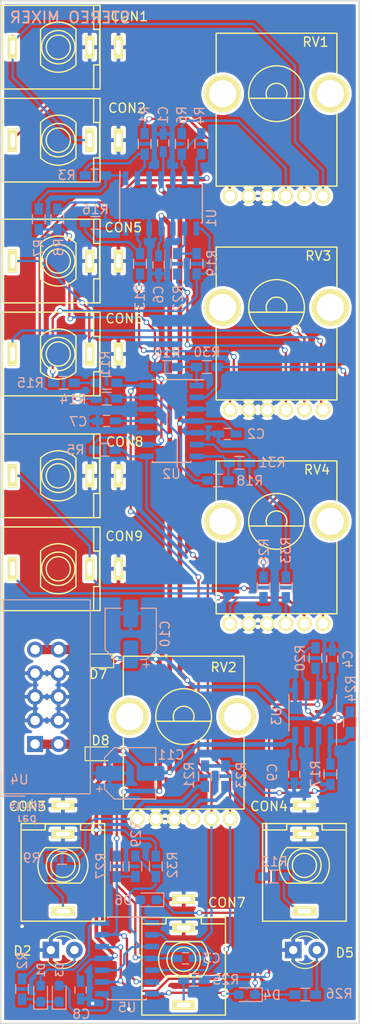
<source format=kicad_pcb>
(kicad_pcb (version 20211014) (generator pcbnew)
  (title_block (title "StereoMixer") (date "2020-04-20") (rev "1") (company "solisynth"))
  (layers (0 "F.Cu" signal) (31 "B.Cu" signal) (34 "B.Paste" user) (35 "F.Paste" user) (36 "B.SilkS" user "B.Silkscreen") (37 "F.SilkS" user "F.Silkscreen") (38 "B.Mask" user) (39 "F.Mask" user) (44 "Edge.Cuts" user))
  (net 0 "")
  (net 1 "Vcc")
  (net 2 "GND")
  (net 3 "Vee")
  (net 4 "Net-(D1-Pad2)")
  (net 5 "Net-(R1-Pad1)")
  (net 6 "Net-(R1-Pad2)")
  (net 7 "Net-(R11-Pad2)")
  (net 8 "Net-(R4-Pad2)")
  (net 9 "Net-(R13-Pad1)")
  (net 10 "Net-(R11-Pad1)")
  (net 11 "Net-(R10-Pad1)")
  (net 12 "Net-(R10-Pad2)")
  (net 13 "Net-(R12-Pad2)")
  (net 14 "Net-(R14-Pad2)")
  (net 15 "Net-(R15-Pad2)")
  (net 16 "Net-(R17-Pad1)")
  (net 17 "Net-(R17-Pad2)")
  (net 18 "Net-(R19-Pad2)")
  (net 19 "Net-(R20-Pad2)")
  (net 20 "Net-(R21-Pad2)")
  (net 21 "Net-(R22-Pad2)")
  (net 22 "Net-(CON1-Pad3)")
  (net 23 "Net-(CON2-Pad3)")
  (net 24 "Net-(CON3-Pad3)")
  (net 25 "Net-(CON4-Pad3)")
  (net 26 "Net-(CON5-Pad3)")
  (net 27 "Net-(CON6-Pad3)")
  (net 28 "Net-(CON7-Pad3)")
  (net 29 "Net-(CON8-Pad3)")
  (net 30 "Net-(D3-Pad2)")
  (net 31 "Net-(D4-Pad2)")
  (net 32 "10V")
  (net 33 "Net-(D4-Pad1)")
  (net 34 "Net-(D7-Pad2)")
  (net 35 "-10V")
  (net 36 "Net-(D5-Pad2)")
  (net 37 "Net-(D6-Pad2)")
  (net 38 "Net-(CON9-Pad3)")
  (net 39 "Net-(D1-Pad1)")
  (net 40 "Net-(D2-Pad2)")
  (net 41 "Net-(D8-Pad1)")
  (net 42 "Net-(R3-Pad1)")
  (net 43 "Net-(R5-Pad1)")
  (net 44 "Net-(R6-Pad2)")
  (net 45 "Net-(R16-Pad1)")
  (net 46 "Net-(R13-Pad2)")
  (net 47 "Net-(R18-Pad2)")
  (net 48 "Net-(R20-Pad1)")
  (net 49 "Net-(R28-Pad1)")
  (net 50 "Net-(R28-Pad2)")
  (net 51 "Net-(R31-Pad2)")
  (net 52 "Net-(R33-Pad2)")
  (footprint "thonkiconn:THONKICONN" (layer "F.Cu") (at 121.2 35.25 90)
    (fp_text reference "CON1")
    (fp_text value "thonkiconn" hide)
  )
  (footprint "thonkiconn:THONKICONN" (layer "F.Cu") (at 121.2 45.25 90)
    (fp_text reference "CON2")
    (fp_text value "thonkiconn" hide)
  )
  (footprint "thonkiconn:THONKICONN" (layer "F.Cu") (at 121.7 123.25 180)
    (fp_text reference "CON3")
    (fp_text value "thonkiconn" hide)
  )
  (footprint "thonkiconn:THONKICONN" (layer "F.Cu") (at 147.7 123.25 180)
    (fp_text reference "CON4")
    (fp_text value "thonkiconn" hide)
  )
  (footprint "thonkiconn:THONKICONN" (layer "F.Cu") (at 121.2 58.25 90)
    (fp_text reference "CON5")
    (fp_text value "thonkiconn" hide)
  )
  (footprint "thonkiconn:THONKICONN" (layer "F.Cu") (at 121.2 68.25 90)
    (fp_text reference "CON6")
    (fp_text value "thonkiconn" hide)
  )
  (footprint "thonkiconn:THONKICONN" (layer "F.Cu") (at 134.7 133.35 180)
    (fp_text reference "CON7")
    (fp_text value "thonkiconn" hide)
  )
  (footprint "thonkiconn:THONKICONN" (layer "F.Cu") (at 121.2 81.35 90)
    (fp_text reference "CON8")
    (fp_text value "thonkiconn" hide)
  )
  (footprint "PTV112:PTV112" (layer "F.Cu") (at 144.7 40.25)
    (fp_text reference "RV1")
    (fp_text value "PTV112-4_Dual_Gang")
  )
  (footprint "PTV112:PTV112" (layer "F.Cu") (at 134.7 107.25)
    (fp_text reference "RV2")
    (fp_text value "PTV112-4_Dual_Gang")
  )
  (footprint "PTV112:PTV112" (layer "F.Cu") (at 144.7 63.25)
    (fp_text reference "RV3")
    (fp_text value "PTV112-4_Dual_Gang")
  )
  (footprint "PTV112:PTV112" (layer "F.Cu") (at 144.7 86.25)
    (fp_text reference "RV4")
    (fp_text value "PTV112-4_Dual_Gang")
  )
  (footprint "thonkiconn:THONKICONN" (layer "F.Cu") (at 121.2 91.35 90)
    (fp_text reference "CON9")
    (fp_text value "thonkiconn" hide)
  )
  (footprint "LEDs:LED_D3.0mm" (layer "F.Cu") (at 120.4 132.35)
    (fp_text reference "D2")
    (fp_text value "LED_L")
  )
  (footprint "LEDs:LED_D3.0mm" (layer "F.Cu") (at 146.5 132.35)
    (fp_text reference "D5")
    (fp_text value "LED_R")
  )
  (footprint "Diode_SMD:D_0603_1608Metric_Pad1.05x0.95mm_HandSolder" (layer "F.Cu") (at 125.5 101.25 180)
    (fp_text reference "D7")
    (fp_text value "D")
  )
  (footprint "Diode_SMD:D_0603_1608Metric_Pad1.05x0.95mm_HandSolder" (layer "F.Cu") (at 125.75 111.25)
    (fp_text reference "D8")
    (fp_text value "D")
  )
  (footprint "Resistors_SMD:R_0603_HandSoldering" (layer "B.Cu") (at 130.5 45.65 90)
    (fp_text reference "R1")
    (fp_text value "100k")
  )
  (footprint "Resistors_SMD:R_0603_HandSoldering" (layer "B.Cu") (at 117.3 136.55 -90)
    (fp_text reference "R2")
    (fp_text value "560")
  )
  (footprint "Resistors_SMD:R_0603_HandSoldering" (layer "B.Cu") (at 125.2 49.05 180)
    (fp_text reference "R3")
    (fp_text value "100k")
  )
  (footprint "Resistors_SMD:R_0603_HandSoldering" (layer "B.Cu") (at 136.6 45.65 90)
    (fp_text reference "R4")
    (fp_text value "100k")
  )
  (footprint "Resistors_SMD:R_0603_HandSoldering" (layer "B.Cu") (at 126.2 78.55 180)
    (fp_text reference "R5")
    (fp_text value "100k")
  )
  (footprint "Resistors_SMD:R_0603_HandSoldering" (layer "B.Cu") (at 134.5 45.65 90)
    (fp_text reference "R6")
    (fp_text value "100k")
  )
  (footprint "Resistors_SMD:R_0603_HandSoldering" (layer "B.Cu") (at 119.1 53.75 90)
    (fp_text reference "R7")
    (fp_text value "100k")
  )
  (footprint "Resistors_SMD:R_0603_HandSoldering" (layer "B.Cu") (at 121.1 53.75 90)
    (fp_text reference "R8")
    (fp_text value "100k")
  )
  (footprint "Resistors_SMD:R_0603_HandSoldering" (layer "B.Cu") (at 121.6 122.45)
    (fp_text reference "R9")
    (fp_text value "1k")
  )
  (footprint "Resistors_SMD:R_0603_HandSoldering" (layer "B.Cu") (at 132.9 69.65)
    (fp_text reference "R10")
    (fp_text value "100k")
  )
  (footprint "Resistors_SMD:R_0603_HandSoldering" (layer "B.Cu") (at 126.4 71.35 180)
    (fp_text reference "R11")
    (fp_text value "100k")
  )
  (footprint "Resistors_SMD:R_0603_HandSoldering" (layer "B.Cu") (at 144.4 124.45 180)
    (fp_text reference "R12")
    (fp_text value "1k")
  )
  (footprint "Resistors_SMD:R_0603_HandSoldering" (layer "B.Cu") (at 130 58.55 -90)
    (fp_text reference "R13")
    (fp_text value "100k")
  )
  (footprint "Resistors_SMD:R_0603_HandSoldering" (layer "B.Cu") (at 126.4 73.05 180)
    (fp_text reference "R14")
    (fp_text value "100k")
  )
  (footprint "Resistors_SMD:R_0603_HandSoldering" (layer "B.Cu") (at 121.8 71.35 180)
    (fp_text reference "R15")
    (fp_text value "100k")
  )
  (footprint "Resistors_SMD:R_0603_HandSoldering" (layer "B.Cu") (at 125.2 54.15 180)
    (fp_text reference "R16")
    (fp_text value "100k")
  )
  (footprint "Resistors_SMD:R_0603_HandSoldering" (layer "B.Cu") (at 150.5 113.45 -90)
    (fp_text reference "R17")
    (fp_text value "100k")
  )
  (footprint "Resistors_SMD:R_0603_HandSoldering" (layer "B.Cu") (at 138.4 81.85)
    (fp_text reference "R18")
    (fp_text value "100k")
  )
  (footprint "Resistors_SMD:R_0603_HandSoldering" (layer "B.Cu") (at 136.1 58.55 90)
    (fp_text reference "R19")
    (fp_text value "100k")
  )
  (footprint "Resistors_SMD:R_0603_HandSoldering" (layer "B.Cu") (at 148.9 100.95 90)
    (fp_text reference "R20")
    (fp_text value "49.9k")
  )
  (footprint "Resistors_SMD:R_0603_HandSoldering" (layer "B.Cu") (at 134 58.55 -90)
    (fp_text reference "R22")
    (fp_text value "100k")
  )
  (footprint "Resistors_SMD:R_0603_HandSoldering" (layer "B.Cu") (at 135.8 135.55)
    (fp_text reference "R25")
    (fp_text value "1k")
  )
  (footprint "Resistors_SMD:R_0603_HandSoldering" (layer "B.Cu") (at 147.8 137.15 180)
    (fp_text reference "R26")
    (fp_text value "560")
  )
  (footprint "Resistors_SMD:R_0603_HandSoldering" (layer "B.Cu") (at 143.3 93.35 -90)
    (fp_text reference "R28")
    (fp_text value "100k")
  )
  (footprint "Housings_SOIC:SOIC-14_3.9x8.7mm_Pitch1.27mm" (layer "B.Cu") (at 132.26 52.06 -90)
    (fp_text reference "U1")
    (fp_text value "TL074")
  )
  (footprint "Housings_SOIC:SOIC-14_3.9x8.7mm_Pitch1.27mm" (layer "B.Cu") (at 133.4 75.45 180)
    (fp_text reference "U2")
    (fp_text value "TL074")
  )
  (footprint "Resistors_SMD:R_0603_HandSoldering" (layer "B.Cu") (at 137 113.65 -90)
    (fp_text reference "R21")
    (fp_text value "100k")
  )
  (footprint "Resistors_SMD:R_0603_HandSoldering" (layer "B.Cu") (at 139.2 113.65 -90)
    (fp_text reference "R23")
    (fp_text value "100k")
  )
  (footprint "Capacitors_SMD:C_0603_HandSoldering" (layer "B.Cu") (at 134.9 133.25)
    (fp_text reference "C3")
    (fp_text value "100n")
  )
  (footprint "Capacitors_SMD:C_0603_HandSoldering" (layer "B.Cu") (at 150.7 101.05 90)
    (fp_text reference "C4")
    (fp_text value "100n")
  )
  (footprint "Capacitors_SMD:C_0603_HandSoldering" (layer "B.Cu") (at 132 58.65 90)
    (fp_text reference "C6")
    (fp_text value "100n")
  )
  (footprint "Capacitors_SMD:C_0603_HandSoldering" (layer "B.Cu") (at 126.4 75.45)
    (fp_text reference "C7")
    (fp_text value "100n")
  )
  (footprint "Capacitors_SMD:C_0603_HandSoldering" (layer "B.Cu") (at 123.6 136.65 90)
    (fp_text reference "C8")
    (fp_text value "100n")
  )
  (footprint "Resistors_SMD:R_0603_HandSoldering" (layer "B.Cu") (at 152.6 107.85 -90)
    (fp_text reference "R24")
    (fp_text value "100k")
  )
  (footprint "Resistors_SMD:R_0603_HandSoldering" (layer "B.Cu") (at 137.2 69.65)
    (fp_text reference "R30")
    (fp_text value "100k")
  )
  (footprint "Resistors_SMD:R_0603_HandSoldering" (layer "B.Cu") (at 140.7 79.95)
    (fp_text reference "R31")
    (fp_text value "100k")
  )
  (footprint "Capacitors_SMD:C_0603_HandSoldering" (layer "B.Cu") (at 146.6 113.45 90)
    (fp_text reference "C9")
    (fp_text value "100n")
  )
  (footprint "Resistors_SMD:R_0603_HandSoldering" (layer "B.Cu") (at 145.7 93.35 -90)
    (fp_text reference "R33")
    (fp_text value "100k")
  )
  (footprint "Capacitors_SMD:C_0603_HandSoldering" (layer "B.Cu") (at 132.5 45.55 90)
    (fp_text reference "C1")
    (fp_text value "100n")
  )
  (footprint "Capacitors_SMD:C_0603_HandSoldering" (layer "B.Cu") (at 139.4 76.85 180)
    (fp_text reference "C2")
    (fp_text value "100n")
  )
  (footprint "Housings_SOIC:SOIC-14_3.9x8.7mm_Pitch1.27mm" (layer "B.Cu") (at 128.6 133.25 180)
    (fp_text reference "U5")
    (fp_text value "TL074")
  )
  (footprint "Resistors_SMD:R_0603_HandSoldering" (layer "B.Cu") (at 131.7 123.35 -90)
    (fp_text reference "R32")
    (fp_text value "100k")
  )
  (footprint "Resistors_SMD:R_0603_HandSoldering" (layer "B.Cu") (at 127.5 123.35 90)
    (fp_text reference "R27")
    (fp_text value "18k")
  )
  (footprint "Resistors_SMD:R_0603_HandSoldering" (layer "B.Cu") (at 129.5 123.35 -90)
    (fp_text reference "R29")
    (fp_text value "100k")
  )
  (footprint "Package_SO:SOIC-8_3.9x4.9mm_P1.27mm" (layer "B.Cu") (at 148.6 106.85 90)
    (fp_text reference "U3")
    (fp_text value "TL072")
  )
  (footprint "Capacitor_SMD:CP_Elec_5x3.9" (layer "B.Cu") (at 129 98.35 90)
    (fp_text reference "C10")
    (fp_text value "47u")
  )
  (footprint "Capacitor_SMD:CP_Elec_5x3.9" (layer "B.Cu") (at 128.94 113.35)
    (fp_text reference "C11")
    (fp_text value "47u")
  )
  (footprint "Diode_SMD:D_0603_1608Metric_Pad1.05x0.95mm_HandSolder" (layer "B.Cu") (at 119.3 137.05 90)
    (fp_text reference "D1")
    (fp_text value "D")
  )
  (footprint "Diode_SMD:D_0603_1608Metric_Pad1.05x0.95mm_HandSolder" (layer "B.Cu") (at 121.3 137.05 90)
    (fp_text reference "D3")
    (fp_text value "D")
  )
  (footprint "Diode_SMD:D_0603_1608Metric_Pad1.05x0.95mm_HandSolder" (layer "B.Cu") (at 141.5 137.15 180)
    (fp_text reference "D4")
    (fp_text value "D")
  )
  (footprint "Diode_SMD:D_0603_1608Metric_Pad1.05x0.95mm_HandSolder" (layer "B.Cu") (at 130.9 126.95 180)
    (fp_text reference "D6")
    (fp_text value "D")
  )
  (footprint "connectors:Modular_Power_Header_2x05_P2.54mm_Vertical" (layer "B.Cu") (at 118.7 110.2)
    (fp_text reference "U4")
    (fp_text value "CON_2x05")
  )
  (gr_line (start 115 30.25) (end 115 140.25) (layer "Edge.Cuts") (width 0.15))
  (gr_line (start 115 30.25) (end 153.6 30.25) (layer "Edge.Cuts") (width 0.15))
  (gr_line (start 153.6 30.25) (end 153.6 140.25) (layer "Edge.Cuts") (width 0.15))
  (gr_line (start 115 140.25) (end 153.6 140.25) (layer "Edge.Cuts") (width 0.15))
  (gr_text "red\nstripe" (at 117.83 117.6 180) (layer "B.SilkS") (effects (font (size 0.9 0.9)) (justify mirror)))
  (gr_text "STEREO MIXER\n" (at 122.48 32.06) (layer "B.SilkS") (effects (font (size 1.2 1.2) (thickness 0.2)) (justify mirror)))
  (segment (start 127.5 125.35) (end 129.5 127.35) (width 0.25) (layer "F.Cu") (net 1))
  (segment (start 134.3 99.45) (end 134.3 75.75) (width 0.5) (layer "F.Cu") (net 1))
  (segment (start 127.5 116.574264) (end 127.5 120.35) (width 0.25) (layer "F.Cu") (net 1))
  (segment (start 127.5 120.35) (end 127.5 125.35) (width 0.25) (layer "F.Cu") (net 1))
  (segment (start 134.3 102.55) (end 135.1 103.35) (width 0.5) (layer "F.Cu") (net 1))
  (segment (start 129.5 127.35) (end 129.5 133.15) (width 0.25) (layer "F.Cu") (net 1))
  (segment (start 128.3 115.774264) (end 127.5 116.574264) (width 0.25) (layer "F.Cu") (net 1))
  (segment (start 128.3 115.35) (end 128.3 115.774264) (width 0.25) (layer "F.Cu") (net 1))
  (segment (start 134.3 52.6) (end 132.599999 50.899999) (width 0.5) (layer "F.Cu") (net 1))
  (segment (start 126.35 101.25) (end 127.25 101.25) (width 0.5) (layer "F.Cu") (net 1))
  (segment (start 134.3 99.45) (end 134.3 102.55) (width 0.5) (layer "F.Cu") (net 1))
  (segment (start 127.25 101.25) (end 127.5 101) (width 0.5) (layer "F.Cu") (net 1))
  (segment (start 132.599999 50.899999) (end 132.3 50.6) (width 0.5) (layer "F.Cu") (net 1))
  (segment (start 131.7 101.05) (end 132.1 101.45) (width 0.5) (layer "F.Cu") (net 1))
  (segment (start 132.1 101.45) (end 132.1 115.25) (width 0.5) (layer "F.Cu") (net 1))
  (segment (start 134.3 75.75) (end 134.3 52.6) (width 0.5) (layer "F.Cu") (net 1))
  (via (at 134.3 75.75) (size 0.6) (drill 0.4) (layers "F.Cu" "B.Cu") (net 1))
  (via (at 135.1 103.35) (size 0.6) (drill 0.4) (layers "F.Cu" "B.Cu") (net 1))
  (via (at 132.1 115.25) (size 0.6) (drill 0.4) (layers "F.Cu" "B.Cu") (net 1))
  (via (at 131.7 101.05) (size 0.6) (drill 0.4) (layers "F.Cu" "B.Cu") (net 1))
  (via (at 128.3 115.35) (size 0.6) (drill 0.4) (layers "F.Cu" "B.Cu") (net 1))
  (via (at 132.3 50.6) (size 0.6) (drill 0.4) (layers "F.Cu" "B.Cu") (net 1))
  (via (at 129.5 133.15) (size 0.6) (drill 0.4) (layers "F.Cu" "B.Cu") (net 1))
  (via (at 127.5 120.35) (size 0.6) (drill 0.4) (layers "F.Cu" "B.Cu") (net 1))
  (via (at 127.5 101) (size 0.6) (drill 0.4) (layers "F.Cu" "B.Cu") (net 1))
  (segment (start 127.5 120.35) (end 127.5 122.25) (width 0.25) (layer "B.Cu") (net 1))
  (segment (start 130.8 133.15) (end 130.9 133.25) (width 0.25) (layer "B.Cu") (net 1))
  (segment (start 131.25 101) (end 131.65 101) (width 0.5) (layer "B.Cu") (net 1))
  (segment (start 139 75.5) (end 140.35 76.85) (width 0.25) (layer "B.Cu") (net 1))
  (segment (start 132.3 49.4) (end 132.3 50.6) (width 0.5) (layer "B.Cu") (net 1))
  (segment (start 132.1 115.25) (end 128.5 115.25) (width 0.5) (layer "B.Cu") (net 1))
  (segment (start 142.6 104.05) (end 135.8 104.05) (width 0.4) (layer "B.Cu") (net 1))
  (segment (start 128.5 115.25) (end 128.3 115.45) (width 0.25) (layer "B.Cu") (net 1))
  (segment (start 132.8 101.05) (end 135.1 103.35) (width 0.4) (layer "B.Cu") (net 1))
  (segment (start 136 75.5) (end 139 75.5) (width 0.25) (layer "B.Cu") (net 1))
  (segment (start 150.7 104.155) (end 150.405 104.45) (width 0.4) (layer "B.Cu") (net 1))
  (segment (start 150.405 105.845) (end 148.8 107.45) (width 0.4) (layer "B.Cu") (net 1))
  (segment (start 150.405 104.45) (end 150.405 105.845) (width 0.4) (layer "B.Cu") (net 1))
  (segment (start 129 100.15) (end 129.85 101) (width 0.4) (layer "B.Cu") (net 1))
  (segment (start 131.65 101) (end 131.7 101.05) (width 0.5) (layer "B.Cu") (net 1))
  (segment (start 132.3 49.4) (end 132.26 49.36) (width 0.25) (layer "B.Cu") (net 1))
  (segment (start 127.5 101) (end 128.55 101) (width 0.5) (layer "B.Cu") (net 1))
  (segment (start 146 107.45) (end 142.6 104.05) (width 0.4) (layer "B.Cu") (net 1))
  (segment (start 131.3 133.25) (end 133.95 133.25) (width 0.25) (layer "B.Cu") (net 1))
  (segment (start 131.2 133.15) (end 131.3 133.25) (width 0.25) (layer "B.Cu") (net 1))
  (segment (start 134.6 75.45) (end 136.1 75.45) (width 0.5) (layer "B.Cu") (net 1))
  (segment (start 129.5 133.15) (end 131.2 133.15) (width 0.25) (layer "B.Cu") (net 1))
  (segment (start 148.8 107.45) (end 146 107.45) (width 0.4) (layer "B.Cu") (net 1))
  (segment (start 128.55 101) (end 129 100.55) (width 0.25) (layer "B.Cu") (net 1))
  (segment (start 150.7 102) (end 150.7 104.155) (width 0.4) (layer "B.Cu") (net 1))
  (segment (start 134.3 75.75) (end 134.6 75.45) (width 0.5) (layer "B.Cu") (net 1))
  (segment (start 129.85 101) (end 131.25 101) (width 0.4) (layer "B.Cu") (net 1))
  (segment (start 132.5 46.5) (end 132.5 49.12) (width 0.25) (layer "B.Cu") (net 1))
  (segment (start 131.7 101.05) (end 132.8 101.05) (width 0.4) (layer "B.Cu") (net 1))
  (segment (start 135.8 104.05) (end 135.1 103.35) (width 0.4) (layer "B.Cu") (net 1))
  (segment (start 132.5 49.12) (end 132.26 49.36) (width 0.25) (layer "B.Cu") (net 1))
  (segment (start 127.68 91.35) (end 127.68 92.1) (width 0.25) (layer "F.Cu") (net 2))
  (segment (start 135.45 129.97) (end 134.7 129.97) (width 0.25) (layer "F.Cu") (net 2))
  (via (at 128.8 138.7) (size 0.6) (drill 0.4) (layers "F.Cu" "B.Cu") (net 2))
  (via (at 117.3 129.8) (size 0.6) (drill 0.4) (layers "F.Cu" "B.Cu") (net 2))
  (via (at 124.9 138.1) (size 0.6) (drill 0.4) (layers "F.Cu" "B.Cu") (net 2))
  (via (at 137.3 133.3) (size 0.6) (drill 0.4) (layers "F.Cu" "B.Cu") (net 2))
  (segment (start 123.6 137.6) (end 123.85 137.6) (width 0.25) (layer "B.Cu") (net 2))
  (segment (start 131.7 118.25) (end 133.7 118.25) (width 0.25) (layer "B.Cu") (net 2))
  (segment (start 146.4 132.25) (end 146.5 132.35) (width 0.25) (layer "B.Cu") (net 2))
  (segment (start 141.7 51.25) (end 143.7 51.25) (width 0.25) (layer "B.Cu") (net 2))
  (segment (start 138.32 76.72) (end 138.45 76.85) (width 0.25) (layer "B.Cu") (net 2))
  (segment (start 129.55 96) (end 129 96.55) (width 0.25) (layer "B.Cu") (net 2))
  (segment (start 141.7 97.25) (end 143.7 97.25) (width 0.25) (layer "B.Cu") (net 2))
  (segment (start 127.68 68.25) (end 128.2 68.25) (width 0.25) (layer "B.Cu") (net 2))
  (segment (start 136.1 76.72) (end 138.32 76.72) (width 0.25) (layer "B.Cu") (net 2))
  (segment (start 127.68 45.25) (end 127.68 44.5) (width 0.25) (layer "B.Cu") (net 2))
  (segment (start 133.53 50.02) (end 133.53 49.36) (width 0.25) (layer "B.Cu") (net 2))
  (segment (start 131.2 54.97) (end 130.99 54.76) (width 0.25) (layer "B.Cu") (net 2))
  (segment (start 133.2 54.299994) (end 132.600002 53.699996) (width 0.5) (layer "F.Cu") (net 3))
  (segment (start 125.3 119.45) (end 125.3 115.75) (width 0.4) (layer "F.Cu") (net 3))
  (segment (start 133.2 94.35) (end 133.2 54.299994) (width 0.5) (layer "F.Cu") (net 3))
  (segment (start 132.600002 53.699996) (end 132.300003 53.399997) (width 0.5) (layer "F.Cu") (net 3))
  (segment (start 133.2 94.25) (end 133.2 98.65) (width 0.5) (layer "F.Cu") (net 3))
  (segment (start 126.55 113.3) (end 126.55 112.05) (width 0.4) (layer "F.Cu") (net 3))
  (segment (start 128.2 110.95) (end 126.85 110.95) (width 0.4) (layer "F.Cu") (net 3))
  (segment (start 127.3 132.95) (end 125.3 130.95) (width 0.4) (layer "F.Cu") (net 3))
  (segment (start 125.3 130.95) (end 125.3 119.45) (width 0.4) (layer "F.Cu") (net 3))
  (segment (start 133.2 98.75) (end 133.2 113.25) (width 0.5) (layer "F.Cu") (net 3))
  (segment (start 125.3 114.55) (end 126.55 113.3) (width 0.4) (layer "F.Cu") (net 3))
  (segment (start 125.3 115.75) (end 125.3 114.55) (width 0.4) (layer "F.Cu") (net 3))
  (segment (start 133.2 113.25) (end 133.2 113.250012) (width 0.4) (layer "F.Cu") (net 3))
  (segment (start 126.55 111.25) (end 126.55 112.05) (width 0.4) (layer "F.Cu") (net 3))
  (segment (start 126.85 110.95) (end 126.55 111.25) (width 0.4) (layer "F.Cu") (net 3))
  (via (at 133.2 113.250012) (size 0.6) (drill 0.4) (layers "F.Cu" "B.Cu") (net 3))
  (via (at 125.3 119.45) (size 0.6) (drill 0.4) (layers "F.Cu" "B.Cu") (net 3))
  (via (at 133.2 77.05) (size 0.6) (drill 0.4) (layers "F.Cu" "B.Cu") (net 3))
  (via (at 127.3 132.95) (size 0.6) (drill 0.4) (layers "F.Cu" "B.Cu") (net 3))
  (via (at 128.2 110.95) (size 0.6) (drill 0.4) (layers "F.Cu" "B.Cu") (net 3))
  (via (at 132.300003 53.399997) (size 0.6) (drill 0.4) (layers "F.Cu" "B.Cu") (net 3))
  (segment (start 133.2 77.05) (end 131.6 75.45) (width 0.25) (layer "B.Cu") (net 3))
  (segment (start 125.45 133.25) (end 125.35 133.35) (width 0.25) (layer "B.Cu") (net 3))
  (segment (start 130.7 75.45) (end 127.35 75.45) (width 0.25) (layer "B.Cu") (net 3))
  (segment (start 131.7 120.85) (end 131.7 122.25) (width 0.25) (layer "B.Cu") (net 3))
  (segment (start 132.300003 54.719997) (end 132.300003 53.824261) (width 0.5) (layer "B.Cu") (net 3))
  (segment (start 132.26 56.1) (end 132 56.36) (width 0.25) (layer "B.Cu") (net 3))
  (segment (start 128.2 110.95) (end 128.33 110.95) (width 0.4) (layer "B.Cu") (net 3))
  (segment (start 129.2 120.35) (end 131.2 120.35) (width 0.25) (layer "B.Cu") (net 3))
  (segment (start 132.26 54.76) (end 132.26 56.1) (width 0.25) (layer "B.Cu") (net 3))
  (segment (start 146.595 109.85) (end 146.595 110.255) (width 0.4) (layer "B.Cu") (net 3))
  (segment (start 127 133.25) (end 127.3 132.95) (width 0.4) (layer "B.Cu") (net 3))
  (segment (start 133.199988 113.25) (end 133.2 113.250012) (width 0.4) (layer "B.Cu") (net 3))
  (segment (start 130.63 113.25) (end 133.199988 113.25) (width 0.4) (layer "B.Cu") (net 3))
  (segment (start 125.3 119.45) (end 128.3 119.45) (width 0.25) (layer "B.Cu") (net 3))
  (segment (start 125.9 133.25) (end 125.45 133.25) (width 0.25) (layer "B.Cu") (net 3))
  (segment (start 132.3 54.72) (end 132.300003 54.719997) (width 0.5) (layer "B.Cu") (net 3))
  (segment (start 132.300003 53.824261) (end 132.300003 53.399997) (width 0.5) (layer "B.Cu") (net 3))
  (segment (start 132.3 54.72) (end 132.26 54.76) (width 0.25) (layer "B.Cu") (net 3))
  (segment (start 146.595 109.85) (end 146.595 112.495) (width 0.4) (layer "B.Cu") (net 3))
  (segment (start 136.355 110.25) (end 145.5 110.25) (width 0.5) (layer "B.Cu") (net 3))
  (segment (start 131.6 75.45) (end 130.7 75.45) (width 0.25) (layer "B.Cu") (net 3))
  (segment (start 125.5 133.25) (end 127 133.25) (width 0.4) (layer "B.Cu") (net 3))
  (segment (start 124.63641 133.35) (end 123.3 134.68641) (width 0.25) (layer "B.Cu") (net 3))
  (segment (start 145.5 110.25) (end 145.5 110.245) (width 0.4) (layer "B.Cu") (net 3))
  (segment (start 145.5 110.245) (end 145.895 109.85) (width 0.4) (layer "B.Cu") (net 3))
  (segment (start 136.355 110.25) (end 136.200012 110.25) (width 0.4) (layer "B.Cu") (net 3))
  (segment (start 125.35 133.35) (end 124.63641 133.35) (width 0.25) (layer "B.Cu") (net 3))
  (segment (start 136.200012 110.25) (end 133.499999 112.950013) (width 0.4) (layer "B.Cu") (net 3))
  (segment (start 133.499999 112.950013) (end 133.2 113.250012) (width 0.4) (layer "B.Cu") (net 3))
  (segment (start 145.895 109.85) (end 146.595 109.85) (width 0.4) (layer "B.Cu") (net 3))
  (segment (start 132 56.36) (end 132 57.7) (width 0.25) (layer "B.Cu") (net 3))
  (segment (start 128.3 119.45) (end 129.2 120.35) (width 0.25) (layer "B.Cu") (net 3))
  (segment (start 146.595 112.495) (end 146.6 112.5) (width 0.4) (layer "B.Cu") (net 3))
  (segment (start 128.33 110.95) (end 130.63 113.25) (width 0.4) (layer "B.Cu") (net 3))
  (segment (start 123.3 134.68641) (end 123.3 135.7) (width 0.25) (layer "B.Cu") (net 3))
  (segment (start 131.2 120.35) (end 131.7 120.85) (width 0.25) (layer "B.Cu") (net 3))
  (segment (start 124.5 132.85) (end 122.9 134.45) (width 0.25) (layer "B.Cu") (net 4))
  (segment (start 120.1 134.45) (end 119.3 135.25) (width 0.25) (layer "B.Cu") (net 4))
  (segment (start 124.6 129.75) (end 124.5 129.85) (width 0.25) (layer "B.Cu") (net 4))
  (segment (start 125.9 129.44) (end 124.9 129.44) (width 0.25) (layer "B.Cu") (net 4))
  (segment (start 119.3 135.25) (end 119.3 136.2) (width 0.25) (layer "B.Cu") (net 4))
  (segment (start 124.9 129.44) (end 124.6 129.74) (width 0.25) (layer "B.Cu") (net 4))
  (segment (start 124.5 129.85) (end 124.5 132.85) (width 0.25) (layer "B.Cu") (net 4))
  (segment (start 124.6 129.74) (end 124.6 129.75) (width 0.25) (layer "B.Cu") (net 4))
  (segment (start 122.9 134.45) (end 120.1 134.45) (width 0.25) (layer "B.Cu") (net 4))
  (segment (start 124.7 47.75) (end 128.8 47.75) (width 0.25) (layer "B.Cu") (net 5))
  (segment (start 129.72 49.36) (end 129.72 48.77) (width 0.25) (layer "B.Cu") (net 5))
  (segment (start 130.5 46.75) (end 130.5 48.13) (width 0.25) (layer "B.Cu") (net 5))
  (segment (start 130.5 48.13) (end 129.72 48.91) (width 0.25) (layer "B.Cu") (net 5))
  (segment (start 129.8 46.75) (end 130.5 46.75) (width 0.25) (layer "B.Cu") (net 5))
  (segment (start 129.72 48.91) (end 129.72 49.36) (width 0.25) (layer "B.Cu") (net 5))
  (segment (start 124.1 48.35) (end 124.7 47.75) (width 0.25) (layer "B.Cu") (net 5))
  (segment (start 124.1 49.05) (end 124.1 48.35) (width 0.25) (layer "B.Cu") (net 5))
  (segment (start 128.8 47.75) (end 129.8 46.75) (width 0.25) (layer "B.Cu") (net 5))
  (segment (start 131 42.95) (end 135.17 42.95) (width 0.25) (layer "F.Cu") (net 6))
  (segment (start 135.17 42.95) (end 139.66 47.44) (width 0.25) (layer "F.Cu") (net 6))
  (segment (start 139.66 47.44) (end 139.66 51.22) (width 0.25) (layer "F.Cu") (net 6))
  (via (at 131 42.95) (size 0.6) (drill 0.4) (layers "F.Cu" "B.Cu") (net 6))
  (segment (start 131 42.95) (end 130.5 43.45) (width 0.25) (layer "B.Cu") (net 6))
  (segment (start 130.5 43.45) (end 130.5 44.55) (width 0.25) (layer "B.Cu") (net 6))
  (segment (start 133.3 76.05) (end 134.4 77.15) (width 0.25) (layer "B.Cu") (net 7))
  (segment (start 130.7 72.91) (end 131.7 72.91) (width 0.25) (layer "B.Cu") (net 7))
  (segment (start 127.64 72.91) (end 127.5 73.05) (width 0.25) (layer "B.Cu") (net 7))
  (segment (start 125.3 71.35) (end 125.45 71.35) (width 0.25) (layer "B.Cu") (net 7))
  (segment (start 133.3 74.51) (end 133.3 76.05) (width 0.25) (layer "B.Cu") (net 7))
  (segment (start 134.4 80.35) (end 135.9 81.85) (width 0.25) (layer "B.Cu") (net 7))
  (segment (start 130.7 72.91) (end 127.64 72.91) (width 0.25) (layer "B.Cu") (net 7))
  (segment (start 125.45 71.35) (end 127.15 73.05) (width 0.25) (layer "B.Cu") (net 7))
  (segment (start 125.3 71.35) (end 122.9 71.35) (width 0.25) (layer "B.Cu") (net 7))
  (segment (start 134.4 77.15) (end 134.4 80.35) (width 0.25) (layer "B.Cu") (net 7))
  (segment (start 135.9 81.85) (end 137.3 81.85) (width 0.25) (layer "B.Cu") (net 7))
  (segment (start 131.7 72.91) (end 133.3 74.51) (width 0.25) (layer "B.Cu") (net 7))
  (segment (start 127.15 73.05) (end 127.5 73.05) (width 0.25) (layer "B.Cu") (net 7))
  (segment (start 134.8 48.25) (end 134.8 49.36) (width 0.25) (layer "B.Cu") (net 8))
  (segment (start 134.5 46.75) (end 134.5 46.6) (width 0.25) (layer "B.Cu") (net 8))
  (segment (start 134.5 46.6) (end 136.55 44.55) (width 0.25) (layer "B.Cu") (net 8))
  (segment (start 134.5 47.95) (end 134.8 48.25) (width 0.25) (layer "B.Cu") (net 8))
  (segment (start 136.55 44.55) (end 136.6 44.55) (width 0.25) (layer "B.Cu") (net 8))
  (segment (start 134.5 46.75) (end 134.5 47.95) (width 0.25) (layer "B.Cu") (net 8))
  (segment (start 129.72 54.96) (end 129.72 54.76) (width 0.25) (layer "B.Cu") (net 9))
  (segment (start 130 56.2) (end 130 57.2) (width 0.25) (layer "B.Cu") (net 9))
  (segment (start 129.72 54.76) (end 129.72 55.92) (width 0.25) (layer "B.Cu") (net 9))
  (segment (start 124.1 54.15) (end 124.1 55.05) (width 0.25) (layer "B.Cu") (net 9))
  (segment (start 125.25 56.2) (end 128.8 56.2) (width 0.25) (layer "B.Cu") (net 9))
  (segment (start 129.66 57.06) (end 129.96 57.06) (width 0.25) (layer "B.Cu") (net 9))
  (segment (start 124.1 55.05) (end 125.25 56.2) (width 0.25) (layer "B.Cu") (net 9))
  (segment (start 129.72 57.17) (end 130 57.45) (width 0.25) (layer "B.Cu") (net 9))
  (segment (start 128.8 56.2) (end 129.66 57.06) (width 0.25) (layer "B.Cu") (net 9))
  (segment (start 129.72 55.92) (end 130 56.2) (width 0.25) (layer "B.Cu") (net 9))
  (segment (start 129 72.25) (end 129 85.2) (width 0.25) (layer "F.Cu") (net 10))
  (segment (start 129 85.2) (end 129.000002 85.200002) (width 0.25) (layer "F.Cu") (net 10))
  (segment (start 136.3 112.25) (end 136.3 92.25) (width 0.25) (layer "F.Cu") (net 10))
  (segment (start 137.7 113.65) (end 136.3 112.25) (width 0.25) (layer "F.Cu") (net 10))
  (segment (start 137.7 118.25) (end 137.7 113.65) (width 0.25) (layer "F.Cu") (net 10))
  (via (at 129 72.25) (size 0.6) (drill 0.4) (layers "F.Cu" "B.Cu") (net 10))
  (via (at 136.3 92.25) (size 0.6) (drill 0.4) (layers "F.Cu" "B.Cu") (net 10))
  (via (at 129.000002 85.200002) (size 0.6) (drill 0.4) (layers "F.Cu" "B.Cu") (net 10))
  (segment (start 137.33 134.52) (end 138.2 133.65) (width 0.25) (layer "B.Cu") (net 10))
  (segment (start 137.7 130.45) (end 137.7 118.25) (width 0.25) (layer "B.Cu") (net 10))
  (segment (start 131.3 134.52) (end 137.33 134.52) (width 0.25) (layer "B.Cu") (net 10))
  (segment (start 129.59 71.64) (end 127.79 71.64) (width 0.25) (layer "B.Cu") (net 10))
  (segment (start 129.299999 71.950001) (end 129.299999 71.930001) (width 0.25) (layer "B.Cu") (net 10))
  (segment (start 130.7 71.64) (end 129.59 71.64) (width 0.25) (layer "B.Cu") (net 10))
  (segment (start 136.3 92.25) (end 129.250002 85.200002) (width 0.25) (layer "B.Cu") (net 10))
  (segment (start 136.7 131.45) (end 137.7 130.45) (width 0.25) (layer "B.Cu") (net 10))
  (segment (start 132.3 130.71) (end 133.04 131.45) (width 0.25) (layer "B.Cu") (net 10))
  (segment (start 127.79 71.64) (end 127.5 71.35) (width 0.25) (layer "B.Cu") (net 10))
  (segment (start 138.2 133.65) (end 138.2 132.95) (width 0.25) (layer "B.Cu") (net 10))
  (segment (start 129 72.25) (end 129.299999 71.950001) (width 0.25) (layer "B.Cu") (net 10))
  (segment (start 135 131.45) (end 136.7 131.45) (width 0.25) (layer "B.Cu") (net 10))
  (segment (start 133.04 131.45) (end 135 131.45) (width 0.25) (layer "B.Cu") (net 10))
  (segment (start 129.250002 85.200002) (end 129.000002 85.200002) (width 0.25) (layer "B.Cu") (net 10))
  (segment (start 129.299999 71.930001) (end 129.59 71.64) (width 0.25) (layer "B.Cu") (net 10))
  (segment (start 138.2 132.95) (end 136.7 131.45) (width 0.25) (layer "B.Cu") (net 10))
  (segment (start 131.3 130.71) (end 132.3 130.71) (width 0.25) (layer "B.Cu") (net 10))
  (segment (start 131.6 65.75) (end 131.6 68.575) (width 0.25) (layer "F.Cu") (net 11))
  (segment (start 122.4 64.35) (end 122.5 64.45) (width 0.25) (layer "F.Cu") (net 11))
  (segment (start 122.4 55.55) (end 122.4 64.35) (width 0.25) (layer "F.Cu") (net 11))
  (segment (start 130.7 64.85) (end 131.6 65.75) (width 0.25) (layer "F.Cu") (net 11))
  (segment (start 132.3 70.95) (end 132.3 77.55) (width 0.25) (layer "F.Cu") (net 11))
  (via (at 130.7 64.85) (size 0.6) (drill 0.4) (layers "F.Cu" "B.Cu") (net 11))
  (via (at 122.5 64.45) (size 0.6) (drill 0.4) (layers "F.Cu" "B.Cu") (net 11))
  (via (at 132.3 70.95) (size 0.6) (drill 0.4) (layers "F.Cu" "B.Cu") (net 11))
  (via (at 132.3 77.55) (size 0.6) (drill 0.4) (layers "F.Cu" "B.Cu") (net 11))
  (via (at 131.6 68.575) (size 0.6) (drill 0.4) (layers "F.Cu" "B.Cu") (net 11))
  (via (at 122.4 55.55) (size 0.6) (drill 0.4) (layers "F.Cu" "B.Cu") (net 11))
  (segment (start 131.8 70.45) (end 132.3 70.95) (width 0.25) (layer "B.Cu") (net 11))
  (segment (start 121.7 54.85) (end 122.4 55.55) (width 0.25) (layer "B.Cu") (net 11))
  (segment (start 125.1 77.85) (end 125.7 77.25) (width 0.25) (layer "B.Cu") (net 11))
  (segment (start 132.3 77.85) (end 132.16 77.99) (width 0.25) (layer "B.Cu") (net 11))
  (segment (start 121.1 54.85) (end 121.7 54.85) (width 0.25) (layer "B.Cu") (net 11))
  (segment (start 132.3 77.55) (end 132.3 77.85) (width 0.25) (layer "B.Cu") (net 11))
  (segment (start 132.16 77.99) (end 130.7 77.99) (width 0.25) (layer "B.Cu") (net 11))
  (segment (start 122.5 64.45) (end 122.64 64.31) (width 0.25) (layer "B.Cu") (net 11))
  (segment (start 131.8 69.65) (end 131.8 70.45) (width 0.25) (layer "B.Cu") (net 11))
  (segment (start 131.6 68.575) (end 131.6 69.45) (width 0.25) (layer "B.Cu") (net 11))
  (segment (start 129.64 77.99) (end 130.7 77.99) (width 0.25) (layer "B.Cu") (net 11))
  (segment (start 130.16 64.31) (end 130.7 64.85) (width 0.25) (layer "B.Cu") (net 11))
  (segment (start 125.7 77.25) (end 128.9 77.25) (width 0.25) (layer "B.Cu") (net 11))
  (segment (start 125.1 78.55) (end 125.1 77.85) (width 0.25) (layer "B.Cu") (net 11))
  (segment (start 131.6 69.45) (end 131.8 69.65) (width 0.25) (layer "B.Cu") (net 11))
  (segment (start 119.1 54.85) (end 121.1 54.85) (width 0.25) (layer "B.Cu") (net 11))
  (segment (start 122.64 64.31) (end 130.16 64.31) (width 0.25) (layer "B.Cu") (net 11))
  (segment (start 128.9 77.25) (end 129.64 77.99) (width 0.25) (layer "B.Cu") (net 11))
  (segment (start 136.1 71.64) (end 136.1 69.65) (width 0.25) (layer "B.Cu") (net 12))
  (segment (start 134 69.65) (end 136.1 69.65) (width 0.25) (layer "B.Cu") (net 12))
  (segment (start 135.7 117.05) (end 135.7 118.25) (width 0.4) (layer "B.Cu") (net 13))
  (segment (start 139.2 114.75) (end 139.2 114.9) (width 0.25) (layer "B.Cu") (net 13))
  (segment (start 138.2 116.25) (end 136.5 116.25) (width 0.4) (layer "B.Cu") (net 13))
  (segment (start 143.3 119) (end 143.3 124.45) (width 0.25) (layer "B.Cu") (net 13))
  (segment (start 139.2 115.25) (end 138.2 116.25) (width 0.4) (layer "B.Cu") (net 13))
  (segment (start 139.2 114.75) (end 139.2 115.25) (width 0.4) (layer "B.Cu") (net 13))
  (segment (start 136.5 116.25) (end 135.7 117.05) (width 0.4) (layer "B.Cu") (net 13))
  (segment (start 139.2 114.9) (end 143.3 119) (width 0.25) (layer "B.Cu") (net 13))
  (segment (start 119.2 71.85) (end 120.4 73.05) (width 0.25) (layer "F.Cu") (net 14))
  (segment (start 136.95 49.56) (end 137.19 49.32) (width 0.25) (layer "F.Cu") (net 14))
  (segment (start 129.42 49.56) (end 127.03 51.95) (width 0.25) (layer "F.Cu") (net 14))
  (segment (start 127.03 51.95) (end 123.2 51.95) (width 0.25) (layer "F.Cu") (net 14))
  (segment (start 120.4 73.05) (end 123.3 73.05) (width 0.25) (layer "F.Cu") (net 14))
  (segment (start 119.2 55.95) (end 119.2 71.85) (width 0.25) (layer "F.Cu") (net 14))
  (segment (start 129.42 49.56) (end 136.95 49.56) (width 0.25) (layer "F.Cu") (net 14))
  (segment (start 123.2 51.95) (end 119.2 55.95) (width 0.25) (layer "F.Cu") (net 14))
  (via (at 137.19 49.32) (size 0.6) (drill 0.4) (layers "F.Cu" "B.Cu") (net 14))
  (via (at 123.3 73.05) (size 0.6) (drill 0.4) (layers "F.Cu" "B.Cu") (net 14))
  (segment (start 123.3 73.05) (end 125.3 73.05) (width 0.25) (layer "B.Cu") (net 14))
  (segment (start 136.07 47.28) (end 136.6 46.75) (width 0.25) (layer "B.Cu") (net 14))
  (segment (start 136.07 49.36) (end 136.07 47.28) (width 0.25) (layer "B.Cu") (net 14))
  (segment (start 137.19 49.32) (end 136.17 49.32) (width 0.25) (layer "B.Cu") (net 14))
  (segment (start 121.090001 63.909999) (end 121.39 63.61) (width 0.25) (layer "F.Cu") (net 15))
  (segment (start 120.6 70.15) (end 120.6 64.4) (width 0.25) (layer "F.Cu") (net 15))
  (segment (start 120.6 64.4) (end 121.090001 63.909999) (width 0.25) (layer "F.Cu") (net 15))
  (via (at 121.39 63.61) (size 0.6) (drill 0.4) (layers "F.Cu" "B.Cu") (net 15))
  (via (at 120.6 70.15) (size 0.6) (drill 0.4) (layers "F.Cu" "B.Cu") (net 15))
  (segment (start 136.2 54.99) (end 136.07 54.76) (width 0.25) (layer "B.Cu") (net 15))
  (segment (start 136.9 59.65) (end 136.1 59.65) (width 0.25) (layer "B.Cu") (net 15))
  (segment (start 134.54 63.61) (end 121.814264 63.61) (width 0.25) (layer "B.Cu") (net 15))
  (segment (start 137.5 59.05) (end 136.9 59.65) (width 0.25) (layer "B.Cu") (net 15))
  (segment (start 120.6 70.15) (end 120.6 71.25) (width 0.25) (layer "B.Cu") (net 15))
  (segment (start 120.6 71.25) (end 120.7 71.35) (width 0.25) (layer "B.Cu") (net 15))
  (segment (start 136.07 54.76) (end 136.62 54.76) (width 0.25) (layer "B.Cu") (net 15))
  (segment (start 136.1 62.05) (end 134.54 63.61) (width 0.25) (layer "B.Cu") (net 15))
  (segment (start 121.814264 63.61) (end 121.39 63.61) (width 0.25) (layer "B.Cu") (net 15))
  (segment (start 136.1 59.65) (end 136.1 62.05) (width 0.25) (layer "B.Cu") (net 15))
  (segment (start 137.5 55.64) (end 137.5 59.05) (width 0.25) (layer "B.Cu") (net 15))
  (segment (start 136.62 54.76) (end 137.5 55.64) (width 0.25) (layer "B.Cu") (net 15))
  (segment (start 151.9 109.85) (end 152.8 108.95) (width 0.4) (layer "B.Cu") (net 16))
  (segment (start 150.405 112.255) (end 150.5 112.35) (width 0.4) (layer "B.Cu") (net 16))
  (segment (start 150.405 109.85) (end 151.9 109.85) (width 0.4) (layer "B.Cu") (net 16))
  (segment (start 150.405 109.85) (end 150.405 112.255) (width 0.4) (layer "B.Cu") (net 16))
  (segment (start 148.6 115.45) (end 148.8 115.25) (width 0.25) (layer "F.Cu") (net 17))
  (segment (start 145 115.45) (end 148.6 115.45) (width 0.25) (layer "F.Cu") (net 17))
  (via (at 145 115.45) (size 0.6) (drill 0.4) (layers "F.Cu" "B.Cu") (net 17))
  (via (at 148.8 115.25) (size 0.6) (drill 0.4) (layers "F.Cu" "B.Cu") (net 17))
  (segment (start 149.8 115.25) (end 150.5 114.55) (width 0.25) (layer "B.Cu") (net 17))
  (segment (start 148.8 115.25) (end 149.8 115.25) (width 0.25) (layer "B.Cu") (net 17))
  (segment (start 149.65 114.55) (end 150.5 114.55) (width 0.4) (layer "B.Cu") (net 17))
  (segment (start 137 112.55) (end 139.2 112.55) (width 0.4) (layer "B.Cu") (net 17))
  (segment (start 149.135 109.85) (end 149.135 114.035) (width 0.4) (layer "B.Cu") (net 17))
  (segment (start 149.135 114.035) (end 149.65 114.55) (width 0.4) (layer "B.Cu") (net 17))
  (segment (start 140.5 112.55) (end 143.4 115.45) (width 0.25) (layer "B.Cu") (net 17))
  (segment (start 143.4 115.45) (end 145 115.45) (width 0.25) (layer "B.Cu") (net 17))
  (segment (start 139.2 112.55) (end 140.5 112.55) (width 0.25) (layer "B.Cu") (net 17))
  (segment (start 134.69 55.13) (end 134.8 55.02) (width 0.25) (layer "B.Cu") (net 18))
  (segment (start 134.8 55.02) (end 134.8 54.76) (width 0.25) (layer "B.Cu") (net 18))
  (segment (start 134.8 54.76) (end 134.8 56.5) (width 0.25) (layer "B.Cu") (net 18))
  (segment (start 134.8 56.5) (end 134 57.3) (width 0.25) (layer "B.Cu") (net 18))
  (segment (start 134 57.3) (end 134 57.45) (width 0.25) (layer "B.Cu") (net 18))
  (segment (start 134 57.45) (end 136.1 57.45) (width 0.25) (layer "B.Cu") (net 18))
  (segment (start 148.8 107.35) (end 151.3 107.35) (width 0.25) (layer "F.Cu") (net 19))
  (segment (start 148.1 106.65) (end 148.8 107.35) (width 0.25) (layer "F.Cu") (net 19))
  (via (at 148.1 106.65) (size 0.6) (drill 0.4) (layers "F.Cu" "B.Cu") (net 19))
  (via (at 151.3 107.35) (size 0.6) (drill 0.4) (layers "F.Cu" "B.Cu") (net 19))
  (segment (start 152.2 107.35) (end 152.8 106.75) (width 0.25) (layer "B.Cu") (net 19))
  (segment (start 151.3 107.35) (end 152.2 107.35) (width 0.25) (layer "B.Cu") (net 19))
  (segment (start 147.865 104.45) (end 147.865 103.425) (width 0.25) (layer "B.Cu") (net 19))
  (segment (start 147.5 100.55) (end 148.2 99.85) (width 0.25) (layer "B.Cu") (net 19))
  (segment (start 148.2 99.85) (end 148.9 99.85) (width 0.25) (layer "B.Cu") (net 19))
  (segment (start 147.865 104.45) (end 147.865 106.415) (width 0.25) (layer "B.Cu") (net 19))
  (segment (start 147.865 103.425) (end 147.5 103.06) (width 0.25) (layer "B.Cu") (net 19))
  (segment (start 147.865 106.415) (end 148.1 106.65) (width 0.25) (layer "B.Cu") (net 19))
  (segment (start 147.5 103.06) (end 147.5 100.55) (width 0.25) (layer "B.Cu") (net 19))
  (segment (start 129.7 118.25) (end 125.1 118.25) (width 0.25) (layer "B.Cu") (net 20))
  (segment (start 123 122.15) (end 122.7 122.45) (width 0.25) (layer "B.Cu") (net 20))
  (segment (start 129.8 117.01863) (end 129.8 116.95) (width 0.4) (layer "B.Cu") (net 20))
  (segment (start 123.4 122.15) (end 123 122.15) (width 0.25) (layer "B.Cu") (net 20))
  (segment (start 136.15 114.75) (end 137 114.75) (width 0.4) (layer "B.Cu") (net 20))
  (segment (start 130.4 116.35) (end 134.55 116.35) (width 0.4) (layer "B.Cu") (net 20))
  (segment (start 134.55 116.35) (end 136.15 114.75) (width 0.4) (layer "B.Cu") (net 20))
  (segment (start 129.8 116.95) (end 130.4 116.35) (width 0.4) (layer "B.Cu") (net 20))
  (segment (start 129.7 117.11863) (end 129.8 117.01863) (width 0.4) (layer "B.Cu") (net 20))
  (segment (start 125.1 118.25) (end 124.1 119.25) (width 0.25) (layer "B.Cu") (net 20))
  (segment (start 124.1 121.45) (end 123.4 122.15) (width 0.25) (layer "B.Cu") (net 20))
  (segment (start 124.1 119.25) (end 124.1 121.45) (width 0.25) (layer "B.Cu") (net 20))
  (segment (start 129.7 118.25) (end 129.7 117.11863) (width 0.4) (layer "B.Cu") (net 20))
  (segment (start 135.1 67.05) (end 135.1 61.65) (width 0.25) (layer "F.Cu") (net 21))
  (segment (start 145.7 67.95) (end 145.6 67.85) (width 0.25) (layer "F.Cu") (net 21))
  (segment (start 145.7 74.25) (end 145.7 67.95) (width 0.25) (layer "F.Cu") (net 21))
  (via (at 135.1 61.65) (size 0.6) (drill 0.4) (layers "F.Cu" "B.Cu") (net 21))
  (via (at 145.6 67.85) (size 0.6) (drill 0.4) (layers "F.Cu" "B.Cu") (net 21))
  (via (at 135.1 67.25) (size 0.6) (drill 0.4) (layers "F.Cu" "B.Cu") (net 21))
  (segment (start 145.67 74.21) (end 145.7 74.25) (width 0.25) (layer "B.Cu") (net 21))
  (segment (start 145.1 67.35) (end 135.4 67.35) (width 0.25) (layer "B.Cu") (net 21))
  (segment (start 135.1 61.65) (end 134 60.55) (width 0.25) (layer "B.Cu") (net 21))
  (segment (start 134 60.55) (end 134 60.45) (width 0.25) (layer "B.Cu") (net 21))
  (segment (start 135.4 67.35) (end 135.1 67.05) (width 0.25) (layer "B.Cu") (net 21))
  (segment (start 134 60.45) (end 134 59.65) (width 0.25) (layer "B.Cu") (net 21))
  (segment (start 145.6 67.85) (end 145.1 67.35) (width 0.25) (layer "B.Cu") (net 21))
  (segment (start 124.6 45.29) (end 124.58 45.25) (width 0.25) (layer "F.Cu") (net 22))
  (segment (start 149.69 51.44) (end 149.7 51.25) (width 0.25) (layer "F.Cu") (net 22))
  (segment (start 116.28 35.25) (end 116.28 34.06) (width 0.25) (layer "F.Cu") (net 22))
  (segment (start 149.7 48.45) (end 149.7 51.25) (width 0.25) (layer "B.Cu") (net 22))
  (segment (start 116.28 35.25) (end 116.28 34.73) (width 0.25) (layer "B.Cu") (net 22))
  (segment (start 116.28 34.73) (end 118.26 32.75) (width 0.25) (layer "B.Cu") (net 22))
  (segment (start 118.26 32.75) (end 142.2 32.75) (width 0.25) (layer "B.Cu") (net 22))
  (segment (start 116.28 35.25) (end 116.28 38.52) (width 0.25) (layer "B.Cu") (net 22))
  (segment (start 146.7 37.25) (end 146.7 45.45) (width 0.25) (layer "B.Cu") (net 22))
  (segment (start 123.01 45.25) (end 124.58 45.25) (width 0.25) (layer "B.Cu") (net 22))
  (segment (start 116.28 38.52) (end 123.01 45.25) (width 0.25) (layer "B.Cu") (net 22))
  (segment (start 146.7 45.45) (end 149.7 48.45) (width 0.25) (layer "B.Cu") (net 22))
  (segment (start 142.2 32.75) (end 146.7 37.25) (width 0.25) (layer "B.Cu") (net 22))
  (segment (start 133.47 39.49) (end 136.4 36.56) (width 0.25) (layer "F.Cu") (net 23))
  (segment (start 140.89 36.56) (end 142.88 38.55) (width 0.25) (layer "F.Cu") (net 23))
  (segment (start 116.28 45.25) (end 116.28 45.2) (width 0.25) (layer "F.Cu") (net 23))
  (segment (start 116.28 45.2) (end 121.99 39.49) (width 0.25) (layer "F.Cu") (net 23))
  (segment (start 136.4 36.56) (end 140.89 36.56) (width 0.25) (layer "F.Cu") (net 23))
  (segment (start 142.88 43.83) (end 147.7 48.65) (width 0.25) (layer "F.Cu") (net 23))
  (segment (start 147.7 48.65) (end 147.7 51.25) (width 0.25) (layer "F.Cu") (net 23))
  (segment (start 142.88 38.55) (end 142.88 43.83) (width 0.25) (layer "F.Cu") (net 23))
  (segment (start 121.99 39.49) (end 133.47 39.49) (width 0.25) (layer "F.Cu") (net 23))
  (segment (start 147.61 51.23) (end 147.7 51.25) (width 0.25) (layer "B.Cu") (net 23))
  (segment (start 116.28 45.25) (end 116.28 44.72) (width 0.25) (layer "B.Cu") (net 23))
  (segment (start 120.5 125.45) (end 121.7 126.65) (width 0.25) (layer "B.Cu") (net 24))
  (segment (start 120.5 122.45) (end 120.5 125.45) (width 0.25) (layer "B.Cu") (net 24))
  (segment (start 121.7 126.65) (end 121.7 128.17) (width 0.25) (layer "B.Cu") (net 24))
  (segment (start 145.5 124.45) (end 145.5 126.72) (width 0.25) (layer "B.Cu") (net 25))
  (segment (start 146.95 128.17) (end 147.7 128.17) (width 0.25) (layer "B.Cu") (net 25))
  (segment (start 145.5 126.72) (end 146.95 128.17) (width 0.25) (layer "B.Cu") (net 25))
  (segment (start 149.74 74.47) (end 149.7 74.25) (width 0.25) (layer "F.Cu") (net 26))
  (segment (start 124.54 63.5) (end 124.079999 63.039999) (width 0.25) (layer "F.Cu") (net 26))
  (segment (start 124.54 68.26) (end 124.54 63.5) (width 0.25) (layer "F.Cu") (net 26))
  (segment (start 149.5 66.95) (end 149.4 66.85) (width 0.25) (layer "F.Cu") (net 26))
  (segment (start 149.7 74.25) (end 149.5 74.05) (width 0.25) (layer "F.Cu") (net 26))
  (segment (start 124.079999 63.039999) (end 123.78 62.74) (width 0.25) (layer "F.Cu") (net 26))
  (segment (start 149.5 74.05) (end 149.5 66.95) (width 0.25) (layer "F.Cu") (net 26))
  (via (at 123.78 62.74) (size 0.6) (drill 0.4) (layers "F.Cu" "B.Cu") (net 26))
  (via (at 149.4 66.85) (size 0.6) (drill 0.4) (layers "F.Cu" "B.Cu") (net 26))
  (segment (start 124.71 68.38) (end 124.71 68.41) (width 0.25) (layer "B.Cu") (net 26))
  (segment (start 124.71 68.41) (end 124.58 68.25) (width 0.25) (layer "B.Cu") (net 26))
  (segment (start 124.88 66.45) (end 124.58 66.75) (width 0.25) (layer "B.Cu") (net 26))
  (segment (start 149 66.45) (end 124.88 66.45) (width 0.25) (layer "B.Cu") (net 26))
  (segment (start 149.4 66.85) (end 149 66.45) (width 0.25) (layer "B.Cu") (net 26))
  (segment (start 119.29 58.25) (end 123.480001 62.440001) (width 0.25) (layer "B.Cu") (net 26))
  (segment (start 123.480001 62.440001) (end 123.78 62.74) (width 0.25) (layer "B.Cu") (net 26))
  (segment (start 124.58 66.75) (end 124.58 68.25) (width 0.25) (layer "B.Cu") (net 26))
  (segment (start 116.28 58.25) (end 119.29 58.25) (width 0.25) (layer "B.Cu") (net 26))
  (segment (start 116.28 67.5) (end 116.28 68.25) (width 0.25) (layer "F.Cu") (net 27))
  (segment (start 147.7 66.625) (end 146.8 65.725) (width 0.25) (layer "F.Cu") (net 27))
  (segment (start 147.7 74.25) (end 147.7 66.625) (width 0.25) (layer "F.Cu") (net 27))
  (via (at 146.8 65.725) (size 0.6) (drill 0.4) (layers "F.Cu" "B.Cu") (net 27))
  (segment (start 147.8 74.28) (end 147.7 74.25) (width 0.25) (layer "B.Cu") (net 27))
  (segment (start 117.225 65.725) (end 116.28 66.67) (width 0.25) (layer "B.Cu") (net 27))
  (segment (start 116.28 66.67) (end 116.28 68.25) (width 0.25) (layer "B.Cu") (net 27))
  (segment (start 116.28 68.25) (end 116.28 68.26) (width 0.25) (layer "B.Cu") (net 27))
  (segment (start 146.8 65.725) (end 117.225 65.725) (width 0.25) (layer "B.Cu") (net 27))
  (segment (start 134.7 135.55) (end 134.7 138.27) (width 0.25) (layer "B.Cu") (net 28))
  (segment (start 141.2 93.45) (end 147.53 93.45) (width 0.25) (layer "F.Cu") (net 29))
  (segment (start 147.53 93.45) (end 149.7 95.62) (width 0.25) (layer "F.Cu") (net 29))
  (segment (start 149.7 95.62) (end 149.7 97.25) (width 0.25) (layer "F.Cu") (net 29))
  (via (at 141.2 93.45) (size 0.6) (drill 0.4) (layers "F.Cu" "B.Cu") (net 29))
  (segment (start 124.58 92.1) (end 125.93 93.45) (width 0.25) (layer "B.Cu") (net 29))
  (segment (start 124.58 91.35) (end 124.58 92.1) (width 0.25) (layer "B.Cu") (net 29))
  (segment (start 125.93 93.45) (end 141.2 93.45) (width 0.25) (layer "B.Cu") (net 29))
  (segment (start 124.58 88.9) (end 124.58 89.85) (width 0.25) (layer "B.Cu") (net 29))
  (segment (start 124.58 89.85) (end 124.58 91.35) (width 0.25) (layer "B.Cu") (net 29))
  (segment (start 117.03 81.35) (end 124.58 88.9) (width 0.25) (layer "B.Cu") (net 29))
  (segment (start 116.28 81.35) (end 117.03 81.35) (width 0.25) (layer "B.Cu") (net 29))
  (segment (start 126.5 138.55) (end 126.5 137.45) (width 0.25) (layer "B.Cu") (net 30))
  (segment (start 126.29 137.45) (end 125.9 137.06) (width 0.25) (layer "B.Cu") (net 30))
  (segment (start 121.95 136.2) (end 122.4 136.65) (width 0.25) (layer "B.Cu") (net 30))
  (segment (start 122.4 138.45) (end 122.8 138.85) (width 0.25) (layer "B.Cu") (net 30))
  (segment (start 121.3 136.2) (end 121.95 136.2) (width 0.25) (layer "B.Cu") (net 30))
  (segment (start 126.5 137.45) (end 126.29 137.45) (width 0.25) (layer "B.Cu") (net 30))
  (segment (start 122.4 136.65) (end 122.4 138.45) (width 0.25) (layer "B.Cu") (net 30))
  (segment (start 126.2 138.85) (end 126.5 138.55) (width 0.25) (layer "B.Cu") (net 30))
  (segment (start 122.8 138.85) (end 126.2 138.85) (width 0.25) (layer "B.Cu") (net 30))
  (segment (start 138.9 136.95) (end 139 137.05) (width 0.25) (layer "F.Cu") (net 31))
  (segment (start 133.1 136.95) (end 138.9 136.95) (width 0.25) (layer "F.Cu") (net 31))
  (via (at 133.1 136.95) (size 0.6) (drill 0.4) (layers "F.Cu" "B.Cu") (net 31))
  (via (at 139 137.05) (size 0.6) (drill 0.4) (layers "F.Cu" "B.Cu") (net 31))
  (segment (start 132.99 137.06) (end 133.1 136.95) (width 0.25) (layer "B.Cu") (net 31))
  (segment (start 131.3 137.06) (end 132.99 137.06) (width 0.25) (layer "B.Cu") (net 31))
  (segment (start 139 137.05) (end 140.55 137.05) (width 0.25) (layer "B.Cu") (net 31))
  (segment (start 140.55 137.05) (end 140.65 137.15) (width 0.25) (layer "B.Cu") (net 31))
  (segment (start 128.6 134.75) (end 129.6 135.75) (width 0.25) (layer "F.Cu") (net 32))
  (segment (start 128.6 131.15) (end 128.6 134.75) (width 0.25) (layer "F.Cu") (net 32))
  (segment (start 128.3 130.85) (end 128.6 131.15) (width 0.25) (layer "F.Cu") (net 32))
  (via (at 128.3 130.85) (size 0.6) (drill 0.4) (layers "F.Cu" "B.Cu") (net 32))
  (via (at 129.6 135.75) (size 0.6) (drill 0.4) (layers "F.Cu" "B.Cu") (net 32))
  (segment (start 128.16 130.71) (end 128.3 130.85) (width 0.25) (layer "B.Cu") (net 32))
  (segment (start 127.14 130.71) (end 128.16 130.71) (width 0.25) (layer "B.Cu") (net 32))
  (segment (start 127.5 130.35) (end 127.14 130.71) (width 0.25) (layer "B.Cu") (net 32))
  (segment (start 127.5 124.45) (end 129.5 124.45) (width 0.25) (layer "B.Cu") (net 32))
  (segment (start 131.26 135.75) (end 131.3 135.79) (width 0.25) (layer "B.Cu") (net 32))
  (segment (start 127.14 130.71) (end 125.9 130.71) (width 0.25) (layer "B.Cu") (net 32))
  (segment (start 127.5 124.45) (end 127.5 130.35) (width 0.25) (layer "B.Cu") (net 32))
  (segment (start 129.6 135.75) (end 131.26 135.75) (width 0.25) (layer "B.Cu") (net 32))
  (segment (start 136.4 128.35) (end 141.4 128.35) (width 0.25) (layer "F.Cu") (net 33))
  (segment (start 142.4 129.25) (end 142.4 135.875) (width 0.25) (layer "F.Cu") (net 33))
  (segment (start 141.5 128.35) (end 142.4 129.25) (width 0.25) (layer "F.Cu") (net 33))
  (segment (start 141.4 128.35) (end 141.5 128.35) (width 0.25) (layer "F.Cu") (net 33))
  (via (at 142.4 135.875) (size 0.6) (drill 0.4) (layers "F.Cu" "B.Cu") (net 33))
  (via (at 136.4 128.35) (size 0.6) (drill 0.4) (layers "F.Cu" "B.Cu") (net 33))
  (segment (start 131.75 126.95) (end 132.3 126.95) (width 0.25) (layer "B.Cu") (net 33))
  (segment (start 142.4 137.1) (end 142.35 137.15) (width 0.25) (layer "B.Cu") (net 33))
  (segment (start 142.4 135.875) (end 142.4 137.1) (width 0.25) (layer "B.Cu") (net 33))
  (segment (start 132.3 126.95) (end 133.7 128.35) (width 0.25) (layer "B.Cu") (net 33))
  (segment (start 142.35 137.15) (end 146.7 137.15) (width 0.25) (layer "B.Cu") (net 33))
  (segment (start 133.7 128.35) (end 136.4 128.35) (width 0.25) (layer "B.Cu") (net 33))
  (segment (start 146.55 137.15) (end 146.7 137.15) (width 0.25) (layer "B.Cu") (net 33))
  (segment (start 124.65 101.25) (end 123.44 100.04) (width 1) (layer "F.Cu") (net 34))
  (segment (start 119.06 100.04) (end 118.85 100.25) (width 1) (layer "F.Cu") (net 34))
  (segment (start 118.85 100.25) (end 118.7 100.1) (width 0.4) (layer "F.Cu") (net 34))
  (segment (start 123.44 100.04) (end 119.06 100.04) (width 1) (layer "F.Cu") (net 34))
  (segment (start 128.9 126.25) (end 128.9 130.03) (width 0.25) (layer "B.Cu") (net 35))
  (segment (start 129.744998 131.98) (end 129.674998 132.05) (width 0.25) (layer "B.Cu") (net 35))
  (segment (start 129.674998 132.05) (end 129.1 132.05) (width 0.25) (layer "B.Cu") (net 35))
  (segment (start 129.5 130.63) (end 129.5 131.45) (width 0.25) (layer "B.Cu") (net 35))
  (segment (start 127.63 134.52) (end 125.9 134.52) (width 0.25) (layer "B.Cu") (net 35))
  (segment (start 131.25 125.75) (end 129.4 125.75) (width 0.25) (layer "B.Cu") (net 35))
  (segment (start 131.3 131.98) (end 129.744998 131.98) (width 0.25) (layer "B.Cu") (net 35))
  (segment (start 128.3 132.85) (end 128.3 133.85) (width 0.25) (layer "B.Cu") (net 35))
  (segment (start 129.4 125.75) (end 128.9 126.25) (width 0.25) (layer "B.Cu") (net 35))
  (segment (start 131.7 125.3) (end 131.25 125.75) (width 0.25) (layer "B.Cu") (net 35))
  (segment (start 130.03 131.98) (end 131.3 131.98) (width 0.25) (layer "B.Cu") (net 35))
  (segment (start 128.3 133.85) (end 127.63 134.52) (width 0.25) (layer "B.Cu") (net 35))
  (segment (start 129.5 131.45) (end 130.03 131.98) (width 0.25) (layer "B.Cu") (net 35))
  (segment (start 128.9 130.03) (end 129.5 130.63) (width 0.25) (layer "B.Cu") (net 35))
  (segment (start 129.5 122.25) (end 131.7 124.45) (width 0.25) (layer "B.Cu") (net 35))
  (segment (start 129.1 132.05) (end 128.3 132.85) (width 0.25) (layer "B.Cu") (net 35))
  (segment (start 131.7 124.45) (end 131.7 125.3) (width 0.25) (layer "B.Cu") (net 35))
  (segment (start 149.04 132.35) (end 149.04 137.01) (width 0.25) (layer "B.Cu") (net 36))
  (segment (start 149.04 137.01) (end 148.9 137.15) (width 0.25) (layer "B.Cu") (net 36))
  (segment (start 130.05 128.64) (end 130.85 129.44) (width 0.25) (layer "B.Cu") (net 37))
  (segment (start 130.05 126.95) (end 130.05 128.64) (width 0.25) (layer "B.Cu") (net 37))
  (segment (start 130.85 129.44) (end 131.3 129.44) (width 0.25) (layer "B.Cu") (net 37))
  (segment (start 147.7 96.37) (end 145.78 94.45) (width 0.25) (layer "F.Cu") (net 38))
  (segment (start 147.7 97.25) (end 147.7 96.37) (width 0.25) (layer "F.Cu") (net 38))
  (segment (start 145.78 94.45) (end 138.4 94.45) (width 0.25) (layer "F.Cu") (net 38))
  (via (at 138.4 94.45) (size 0.6) (drill 0.4) (layers "F.Cu" "B.Cu") (net 38))
  (segment (start 118.18 94) (end 116.28 92.1) (width 0.25) (layer "B.Cu") (net 38))
  (segment (start 138.4 94.45) (end 137.95 94) (width 0.25) (layer "B.Cu") (net 38))
  (segment (start 116.28 92.1) (end 116.28 91.35) (width 0.25) (layer "B.Cu") (net 38))
  (segment (start 137.95 94) (end 118.18 94) (width 0.25) (layer "B.Cu") (net 38))
  (segment (start 118.65 137.9) (end 119.3 137.9) (width 0.25) (layer "B.Cu") (net 39))
  (segment (start 117.3 137.65) (end 118.4 137.65) (width 0.25) (layer "B.Cu") (net 39))
  (segment (start 118.4 137.65) (end 118.65 137.9) (width 0.25) (layer "B.Cu") (net 39))
  (segment (start 119.3 137.9) (end 121.3 137.9) (width 0.25) (layer "B.Cu") (net 39))
  (segment (start 122.94 133.71) (end 122.94 132.35) (width 0.25) (layer "B.Cu") (net 40))
  (segment (start 122.7 133.95) (end 122.94 133.71) (width 0.25) (layer "B.Cu") (net 40))
  (segment (start 117.6 135.3) (end 118.95 133.95) (width 0.25) (layer "B.Cu") (net 40))
  (segment (start 117.6 135.45) (end 117.6 135.3) (width 0.25) (layer "B.Cu") (net 40))
  (segment (start 118.95 133.95) (end 122.7 133.95) (width 0.25) (layer "B.Cu") (net 40))
  (segment (start 124.15 111.25) (end 124.9 111.25) (width 0.25) (layer "F.Cu") (net 41))
  (segment (start 118.62 110.22) (end 123.12 110.22) (width 1) (layer "F.Cu") (net 41))
  (segment (start 123.12 110.22) (end 124.15 111.25) (width 1) (layer "F.Cu") (net 41))
  (segment (start 125.7 50.75) (end 126.3 50.15) (width 0.25) (layer "B.Cu") (net 42))
  (segment (start 126.3 50.15) (end 126.3 49.05) (width 0.25) (layer "B.Cu") (net 42))
  (segment (start 119.1 51.8) (end 120.15 50.75) (width 0.25) (layer "B.Cu") (net 42))
  (segment (start 126.3 49.05) (end 128.14 49.05) (width 0.25) (layer "B.Cu") (net 42))
  (segment (start 128.14 49.05) (end 128.45 49.36) (width 0.25) (layer "B.Cu") (net 42))
  (segment (start 119.1 52.65) (end 119.1 51.8) (width 0.25) (layer "B.Cu") (net 42))
  (segment (start 120.15 50.75) (end 125.7 50.75) (width 0.25) (layer "B.Cu") (net 42))
  (segment (start 127.9 135.225736) (end 127.925001 135.200735) (width 0.25) (layer "F.Cu") (net 43))
  (segment (start 139.3 134.45) (end 139.3 132.25) (width 0.25) (layer "F.Cu") (net 43))
  (segment (start 139.7 118.25) (end 139.7 117.11863) (width 0.25) (layer "F.Cu") (net 43))
  (segment (start 137.3 91.45) (end 135.7 89.85) (width 0.25) (layer "F.Cu") (net 43))
  (segment (start 139.7 117.11863) (end 139.7 113.55) (width 0.25) (layer "F.Cu") (net 43))
  (segment (start 139.7 113.55) (end 137.3 111.15) (width 0.25) (layer "F.Cu") (net 43))
  (segment (start 127.925001 132.075001) (end 127.9 132.05) (width 0.25) (layer "F.Cu") (net 43))
  (segment (start 129 136.75) (end 131.8 136.75) (width 0.25) (layer "F.Cu") (net 43))
  (segment (start 137.3 111.15) (end 137.3 91.45) (width 0.25) (layer "F.Cu") (net 43))
  (segment (start 127.9 135.65) (end 127.9 135.225736) (width 0.25) (layer "F.Cu") (net 43))
  (segment (start 133.1 135.45) (end 138.3 135.45) (width 0.25) (layer "F.Cu") (net 43))
  (segment (start 131.8 136.75) (end 133.1 135.45) (width 0.25) (layer "F.Cu") (net 43))
  (segment (start 127.925001 135.200735) (end 127.925001 132.075001) (width 0.25) (layer "F.Cu") (net 43))
  (segment (start 127.9 135.65) (end 129 136.75) (width 0.25) (layer "F.Cu") (net 43))
  (segment (start 138.3 135.45) (end 139.3 134.45) (width 0.25) (layer "F.Cu") (net 43))
  (via (at 127.9 132.05) (size 0.6) (drill 0.4) (layers "F.Cu" "B.Cu") (net 43))
  (via (at 127.9 135.65) (size 0.6) (drill 0.4) (layers "F.Cu" "B.Cu") (net 43))
  (via (at 139.3 132.25) (size 0.6) (drill 0.4) (layers "F.Cu" "B.Cu") (net 43))
  (via (at 135.7 89.85) (size 0.6) (drill 0.4) (layers "F.Cu" "B.Cu") (net 43))
  (segment (start 127.3 78.55) (end 128.15 78.55) (width 0.25) (layer "B.Cu") (net 43))
  (segment (start 127.76 135.79) (end 127.9 135.65) (width 0.25) (layer "B.Cu") (net 43))
  (segment (start 125.9 135.79) (end 127.76 135.79) (width 0.25) (layer "B.Cu") (net 43))
  (segment (start 139.3 132.25) (end 139.7 131.85) (width 0.25) (layer "B.Cu") (net 43))
  (segment (start 125.97 132.05) (end 125.9 131.98) (width 0.25) (layer "B.Cu") (net 43))
  (segment (start 127.9 132.05) (end 125.97 132.05) (width 0.25) (layer "B.Cu") (net 43))
  (segment (start 135.7 89.85) (end 130.7 84.85) (width 0.25) (layer "B.Cu") (net 43))
  (segment (start 139.7 119.38137) (end 139.7 118.25) (width 0.25) (layer "B.Cu") (net 43))
  (segment (start 130.7 84.85) (end 130.7 79.26) (width 0.25) (layer "B.Cu") (net 43))
  (segment (start 129.7 79.26) (end 130.7 79.26) (width 0.25) (layer "B.Cu") (net 43))
  (segment (start 128.15 78.55) (end 128.86 79.26) (width 0.25) (layer "B.Cu") (net 43))
  (segment (start 139.7 131.85) (end 139.7 119.38137) (width 0.25) (layer "B.Cu") (net 43))
  (segment (start 128.86 79.26) (end 129.7 79.26) (width 0.25) (layer "B.Cu") (net 43))
  (segment (start 145.74 51.15) (end 145.72 51.17) (width 0.25) (layer "B.Cu") (net 44))
  (segment (start 145.72 51.17) (end 145.7 51.25) (width 0.25) (layer "B.Cu") (net 44))
  (segment (start 134.5 43.7) (end 135.05 43.15) (width 0.25) (layer "B.Cu") (net 44))
  (segment (start 145.7 48.25) (end 145.7 51.25) (width 0.25) (layer "B.Cu") (net 44))
  (segment (start 134.5 44.55) (end 134.5 43.7) (width 0.25) (layer "B.Cu") (net 44))
  (segment (start 135.05 43.15) (end 140.6 43.15) (width 0.25) (layer "B.Cu") (net 44))
  (segment (start 140.6 43.15) (end 145.7 48.25) (width 0.25) (layer "B.Cu") (net 44))
  (segment (start 128.49 54.96) (end 128.45 54.76) (width 0.25) (layer "B.Cu") (net 45))
  (segment (start 121.8 52.65) (end 122.5 51.95) (width 0.25) (layer "B.Cu") (net 45))
  (segment (start 126.3 52.85) (end 126.3 54.15) (width 0.25) (layer "B.Cu") (net 45))
  (segment (start 127.84 54.15) (end 128.45 54.76) (width 0.25) (layer "B.Cu") (net 45))
  (segment (start 125.4 51.95) (end 126.3 52.85) (width 0.25) (layer "B.Cu") (net 45))
  (segment (start 126.3 54.15) (end 127.84 54.15) (width 0.25) (layer "B.Cu") (net 45))
  (segment (start 121.1 52.65) (end 121.8 52.65) (width 0.25) (layer "B.Cu") (net 45))
  (segment (start 122.5 51.95) (end 125.4 51.95) (width 0.25) (layer "B.Cu") (net 45))
  (segment (start 140.1 72.65) (end 139.7 73.05) (width 0.25) (layer "F.Cu") (net 46))
  (segment (start 130.4 67.85) (end 129.9 67.35) (width 0.25) (layer "F.Cu") (net 46))
  (segment (start 140.1 68.55) (end 140.1 72.65) (width 0.25) (layer "F.Cu") (net 46))
  (segment (start 129.9 67.35) (end 129.9 61.15) (width 0.25) (layer "F.Cu") (net 46))
  (segment (start 139.7 73.05) (end 139.7 74.25) (width 0.25) (layer "F.Cu") (net 46))
  (via (at 129.9 61.15) (size 0.6) (drill 0.4) (layers "F.Cu" "B.Cu") (net 46))
  (via (at 140.1 68.55) (size 0.6) (drill 0.4) (layers "F.Cu" "B.Cu") (net 46))
  (via (at 130.4 67.85) (size 0.6) (drill 0.4) (layers "F.Cu" "B.Cu") (net 46))
  (segment (start 139.64 74.3) (end 139.7 74.25) (width 0.25) (layer "B.Cu") (net 46))
  (segment (start 135.8 67.95) (end 130.5 67.95) (width 0.25) (layer "B.Cu") (net 46))
  (segment (start 130.5 67.95) (end 130.4 67.85) (width 0.25) (layer "B.Cu") (net 46))
  (segment (start 137.2 67.95) (end 139.5 67.95) (width 0.25) (layer "B.Cu") (net 46))
  (segment (start 139.5 67.95) (end 140.1 68.55) (width 0.25) (layer "B.Cu") (net 46))
  (segment (start 129.9 59.75) (end 130 59.65) (width 0.25) (layer "B.Cu") (net 46))
  (segment (start 129.9 61.15) (end 129.9 59.75) (width 0.25) (layer "B.Cu") (net 46))
  (segment (start 137.2 67.95) (end 135.8 67.95) (width 0.25) (layer "B.Cu") (net 46))
  (segment (start 130 59.65) (end 130 59.8) (width 0.25) (layer "B.Cu") (net 46))
  (segment (start 136.1 79.26) (end 138.91 79.26) (width 0.25) (layer "B.Cu") (net 47))
  (segment (start 138.91 79.26) (end 139.6 79.95) (width 0.25) (layer "B.Cu") (net 47))
  (segment (start 139.5 80.05) (end 139.6 79.95) (width 0.25) (layer "B.Cu") (net 47))
  (segment (start 139.5 81.85) (end 139.5 80.05) (width 0.25) (layer "B.Cu") (net 47))
  (segment (start 149.1 105.95) (end 144.8 105.95) (width 0.25) (layer "F.Cu") (net 48))
  (segment (start 143.9 106.85) (end 143.9 111.55) (width 0.25) (layer "F.Cu") (net 48))
  (segment (start 143.9 111.55) (end 143.9 134.85) (width 0.25) (layer "F.Cu") (net 48))
  (segment (start 144.8 105.95) (end 143.9 106.85) (width 0.25) (layer "F.Cu") (net 48))
  (segment (start 143.9 134.85) (end 143.7 135.05) (width 0.25) (layer "F.Cu") (net 48))
  (via (at 149.1 105.95) (size 0.6) (drill 0.4) (layers "F.Cu" "B.Cu") (net 48))
  (via (at 143.7 135.05) (size 0.6) (drill 0.4) (layers "F.Cu" "B.Cu") (net 48))
  (segment (start 149.135 105.915) (end 149.1 105.95) (width 0.25) (layer "B.Cu") (net 48))
  (segment (start 143.4 135.25) (end 143.2 135.25) (width 0.25) (layer "B.Cu") (net 48))
  (segment (start 143.7 135.05) (end 143.6 135.05) (width 0.25) (layer "B.Cu") (net 48))
  (segment (start 149.135 102.285) (end 148.9 102.05) (width 0.25) (layer "B.Cu") (net 48))
  (segment (start 143.6 135.05) (end 143.4 135.25) (width 0.25) (layer "B.Cu") (net 48))
  (segment (start 149.135 104.45) (end 149.135 105.915) (width 0.25) (layer "B.Cu") (net 48))
  (segment (start 149.135 104.45) (end 149.135 102.285) (width 0.25) (layer "B.Cu") (net 48))
  (segment (start 143.2 135.25) (end 136.9 135.25) (width 0.25) (layer "B.Cu") (net 48))
  (segment (start 152.1 76.25) (end 152.1 72.05) (width 0.25) (layer "F.Cu") (net 49))
  (segment (start 152.1 72.05) (end 152.1 70.25) (width 0.25) (layer "F.Cu") (net 49))
  (segment (start 143.3 90.65) (end 143.3 85.05) (width 0.25) (layer "F.Cu") (net 49))
  (segment (start 152.1 70.25) (end 151.9 70.05) (width 0.25) (layer "F.Cu") (net 49))
  (segment (start 143.3 85.05) (end 152.1 76.25) (width 0.25) (layer "F.Cu") (net 49))
  (via (at 143.3 90.65) (size 0.6) (drill 0.4) (layers "F.Cu" "B.Cu") (net 49))
  (via (at 151.9 70.05) (size 0.6) (drill 0.4) (layers "F.Cu" "B.Cu") (net 49))
  (segment (start 151.9 70.05) (end 151.5 69.65) (width 0.25) (layer "B.Cu") (net 49))
  (segment (start 136.1 72.91) (end 137.1 72.91) (width 0.25) (layer "B.Cu") (net 49))
  (segment (start 138.3 71.71) (end 138.3 69.65) (width 0.25) (layer "B.Cu") (net 49))
  (segment (start 143.3 92.25) (end 143.3 90.65) (width 0.25) (layer "B.Cu") (net 49))
  (segment (start 137.1 72.91) (end 138.3 71.71) (width 0.25) (layer "B.Cu") (net 49))
  (segment (start 151.5 69.65) (end 138.3 69.65) (width 0.25) (layer "B.Cu") (net 49))
  (segment (start 139.7 95.27) (end 140.53 94.44) (width 0.25) (layer "B.Cu") (net 50))
  (segment (start 140.53 94.44) (end 143.28 94.44) (width 0.25) (layer "B.Cu") (net 50))
  (segment (start 139.7 97.25) (end 139.7 96.11863) (width 0.25) (layer "B.Cu") (net 50))
  (segment (start 139.7 96.11863) (end 139.7 95.27) (width 0.25) (layer "B.Cu") (net 50))
  (segment (start 145.7 85.35) (end 141.8 81.45) (width 0.25) (layer "B.Cu") (net 51))
  (segment (start 145.7 92.15) (end 145.7 85.35) (width 0.25) (layer "B.Cu") (net 51))
  (segment (start 141.3 78.75) (end 138.7 78.75) (width 0.25) (layer "B.Cu") (net 51))
  (segment (start 141.8 79.25) (end 141.3 78.75) (width 0.25) (layer "B.Cu") (net 51))
  (segment (start 141.8 79.95) (end 141.8 79.25) (width 0.25) (layer "B.Cu") (net 51))
  (segment (start 141.8 81.45) (end 141.8 79.95) (width 0.25) (layer "B.Cu") (net 51))
  (segment (start 137.94 77.99) (end 136.1 77.99) (width 0.25) (layer "B.Cu") (net 51))
  (segment (start 138.7 78.75) (end 137.94 77.99) (width 0.25) (layer "B.Cu") (net 51))
  (segment (start 145.7 97.25) (end 145.7 94.45) (width 0.25) (layer "B.Cu") (net 52))
  (zone (net 2) (net_name "GND") (layer "F.Cu") (connect_pads (clearance 0.3)) (min_thickness 0.3) (fill yes (thermal_gap 0.3) (thermal_bridge_width 0.4))
    (polygon (pts (xy 153.5 140.18) (xy 115.1 140.18) (xy 115.1 30.38) (xy 153.5 30.32)))
  )
  (zone (net 2) (net_name "GND") (layer "B.Cu") (connect_pads (clearance 0.3)) (min_thickness 0.3) (fill yes (thermal_gap 0.3) (thermal_bridge_width 0.4))
    (polygon (pts (xy 153.5 140.18) (xy 115.1 140.18) (xy 115.1 30.38) (xy 153.5 30.32)))
  )
)
</source>
